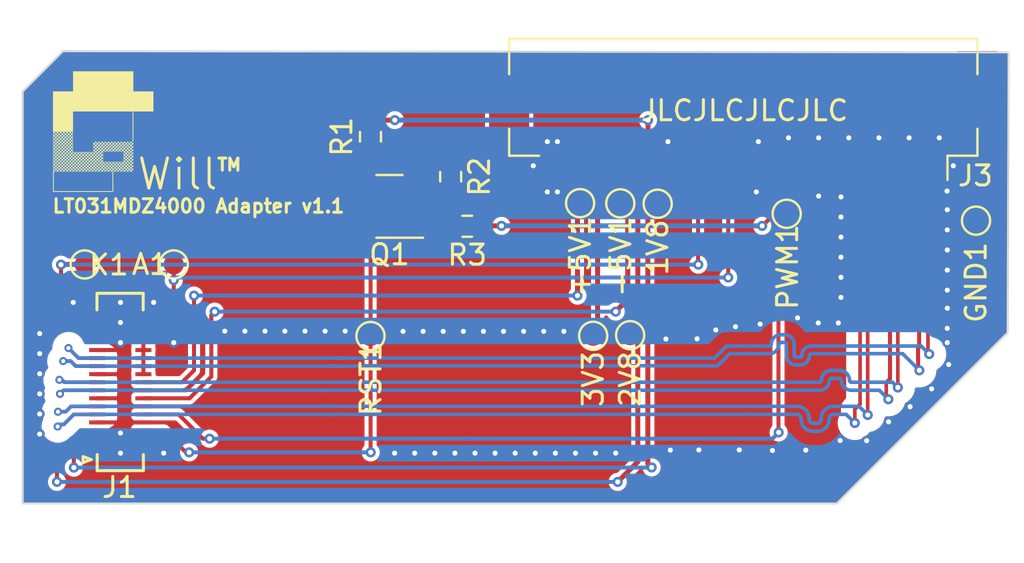
<source format=kicad_pcb>
(kicad_pcb (version 20240108) (generator "pcbnew") (generator_version "8.0")
  (layers (0 "F.Cu" signal) (31 "B.Cu" signal) (34 "B.Paste" user) (35 "F.Paste" user) (36 "B.SilkS" user "B.Silkscreen") (37 "F.SilkS" user "F.Silkscreen") (38 "B.Mask" user) (39 "F.Mask" user) (44 "Edge.Cuts" user))
  (net 0 "")
  (net 1 "GND")
  (net 2 "/D0_P")
  (net 3 "/D0_N")
  (net 4 "/D1_P")
  (net 5 "/D1_N")
  (net 6 "/CLK_P")
  (net 7 "/CLK_N")
  (net 8 "/D2_P")
  (net 9 "/D2_N")
  (net 10 "/D3_P")
  (net 11 "/D3_N")
  (net 12 "/PWM")
  (net 13 "/RESET")
  (net 14 "/LCD_A")
  (net 15 "/LCD_K")
  (net 16 "+1V8")
  (net 17 "+2V8")
  (net 18 "-5V")
  (net 19 "+3.3V")
  (net 20 "+5V")
  (net 21 "Net-(J3-Pin_18)")
  (net 22 "Net-(Q1-B)")
  (footprint "TestPoint:TestPoint_Pad_D1.0mm" (layer "F.Cu") (at 158.51 122.59 90)
    (property "Reference" "PWM1" (at -2.65 0.04 90) (layer "F.SilkS"))
    (property "Value" "TestPoint")
    (pad "1" smd circle (at 0 0 90) (size 1 1) (layers "F.Cu" "F.Mask") (net 12 "/PWM"))
  )
  (footprint "Resistor_SMD:R_0603_1608Metric" (layer "F.Cu") (at 142.615 123.21 180)
    (property "Reference" "R3" (at 0 -1.43 0) (layer "F.SilkS"))
    (property "Value" "1k")
    (pad "1" smd roundrect (at -0.825 0 180) (size 0.8 0.95) (layers "F.Cu" "F.Paste" "F.Mask") (net 21 "Net-(J3-Pin_18)"))
    (pad "2" smd roundrect (at 0.825 0 180) (size 0.8 0.95) (layers "F.Cu" "F.Paste" "F.Mask") (net 22 "Net-(Q1-B)"))
  )
  (footprint "TestPoint:TestPoint_Pad_D1.0mm" (layer "F.Cu") (at 128.01 125.11)
    (property "Reference" "A1" (at -1.17 0 0) (layer "F.SilkS"))
    (property "Value" "TestPoint")
    (pad "1" smd circle (at 0 0) (size 1 1) (layers "F.Cu" "F.Mask") (net 14 "/LCD_A"))
  )
  (footprint "TestPoint:TestPoint_Pad_D1.0mm" (layer "F.Cu") (at 123.58 125.11)
    (property "Reference" "K1" (at 1.2 0.02 0) (layer "F.SilkS"))
    (property "Value" "TestPoint")
    (pad "1" smd circle (at 0 0) (size 1 1) (layers "F.Cu" "F.Mask") (net 15 "/LCD_K"))
  )
  (footprint "LOGO" (layer "F.Cu") (at 123.5 119.5)
    (property "Reference" "" (at 0 0 0) (layer "F.SilkS") (effects (font (size 1.5 1.5) (thickness 0.3))))
    (property "Value" "" (hide yes))
  )
  (footprint "TestPoint:TestPoint_Pad_D1.0mm" (layer "F.Cu") (at 150.72 128.63 90)
    (property "Reference" "2V8" (at -2.18 0 90) (layer "F.SilkS"))
    (property "Value" "TestPoint")
    (pad "1" smd circle (at 0 0 90) (size 1 1) (layers "F.Cu" "F.Mask") (net 17 "+2V8"))
  )
  (footprint "Resistor_SMD:R_0603_1608Metric" (layer "F.Cu") (at 141.79 120.745 -90)
    (property "Reference" "R2" (at 0 -1.43 90) (layer "F.SilkS"))
    (property "Value" "10k")
    (pad "1" smd roundrect (at -0.825 0 270) (size 0.8 0.95) (layers "F.Cu" "F.Paste" "F.Mask") (net 1 "GND") (thermal_gap 0.2))
    (pad "2" smd roundrect (at 0.825 0 270) (size 0.8 0.95) (layers "F.Cu" "F.Paste" "F.Mask") (net 22 "Net-(Q1-B)"))
  )
  (footprint "TestPoint:TestPoint_Pad_D1.0mm" (layer "F.Cu") (at 152.09 122.09 90)
    (property "Reference" "1V8" (at -2.17 0 90) (layer "F.SilkS"))
    (property "Value" "TestPoint")
    (pad "1" smd circle (at 0 0 90) (size 1 1) (layers "F.Cu" "F.Mask") (net 16 "+1V8"))
  )
  (footprint "Connector_Hirose:BM14B(0.8)-30DS-0.4V(52)" (layer "F.Cu") (at 119.615 131.42 90)
    (property "Reference" "J1" (at -4.78 5.695 0) (layer "F.SilkS"))
    (property "Value" "Conn_02x15_Odd_Even")
    (pad "1" smd rect (at -2.35 4.585 90) (size 0.2 0.8) (layers "F.Cu" "F.Paste" "F.Mask") (net 16 "+1V8"))
    (pad "2" smd rect (at -2.35 6.885 90) (size 0.2 0.8) (layers "F.Cu" "F.Paste" "F.Mask") (net 1 "GND"))
    (pad "3" smd rect (at -1.95 4.585 90) (size 0.2 0.8) (layers "F.Cu" "F.Paste" "F.Mask") (net 17 "+2V8"))
    (pad "4" smd rect (at -1.95 6.885 90) (size 0.2 0.8) (layers "F.Cu" "F.Paste" "F.Mask") (net 13 "/RESET"))
    (pad "5" smd rect (at -1.55 4.585 90) (size 0.2 0.8) (layers "F.Cu" "F.Paste" "F.Mask") (net 1 "GND"))
    (pad "6" smd rect (at -1.55 6.885 90) (size 0.2 0.8) (layers "F.Cu" "F.Paste" "F.Mask") (net 1 "GND"))
    (pad "7" smd rect (at -1.15 4.585 90) (size 0.2 0.8) (layers "F.Cu" "F.Paste" "F.Mask") (net 7 "/CLK_N"))
    (pad "8" smd rect (at -1.15 6.885 90) (size 0.2 0.8) (layers "F.Cu" "F.Paste" "F.Mask") (net 12 "/PWM"))
    (pad "9" smd rect (at -0.75 4.585 90) (size 0.2 0.8) (layers "F.Cu" "F.Paste" "F.Mask") (net 6 "/CLK_P"))
    (pad "10" smd rect (at -0.75 6.885 90) (size 0.2 0.8) (layers "F.Cu" "F.Paste" "F.Mask") (net 1 "GND"))
    (pad "11" smd rect (at -0.35 4.585 90) (size 0.2 0.8) (layers "F.Cu" "F.Paste" "F.Mask") (net 1 "GND"))
    (pad "12" smd rect (at -0.35 6.885 90) (size 0.2 0.8) (layers "F.Cu" "F.Paste" "F.Mask") (net 18 "-5V"))
    (pad "13" smd rect (at 0.05 4.585 90) (size 0.2 0.8) (layers "F.Cu" "F.Paste" "F.Mask") (net 5 "/D1_N"))
    (pad "14" smd rect (at 0.05 6.885 90) (size 0.2 0.8) (layers "F.Cu" "F.Paste" "F.Mask") (net 1 "GND"))
    (pad "15" smd rect (at 0.45 4.585 90) (size 0.2 0.8) (layers "F.Cu" "F.Paste" "F.Mask") (net 4 "/D1_P"))
    (pad "16" smd rect (at 0.45 6.885 90) (size 0.2 0.8) (layers "F.Cu" "F.Paste" "F.Mask") (net 20 "+5V"))
    (pad "17" smd rect (at 0.85 4.585 90) (size 0.2 0.8) (layers "F.Cu" "F.Paste" "F.Mask") (net 1 "GND"))
    (pad "18" smd rect (at 0.85 6.885 90) (size 0.2 0.8) (layers "F.Cu" "F.Paste" "F.Mask") (net 14 "/LCD_A"))
    (pad "19" smd rect (at 1.25 4.585 90) (size 0.2 0.8) (layers "F.Cu" "F.Paste" "F.Mask") (net 3 "/D0_N"))
    (pad "20" smd rect (at 1.25 6.885 90) (size 0.2 0.8) (layers "F.Cu" "F.Paste" "F.Mask") (net 14 "/LCD_A"))
    (pad "21" smd rect (at 1.65 4.585 90) (size 0.2 0.8) (layers "F.Cu" "F.Paste" "F.Mask") (net 2 "/D0_P"))
    (pad "22" smd rect (at 1.65 6.885 90) (size 0.2 0.8) (layers "F.Cu" "F.Paste" "F.Mask") (net 14 "/LCD_A"))
    (pad "23" smd rect (at 2.05 4.585 90) (size 0.2 0.8) (layers "F.Cu" "F.Paste" "F.Mask") (net 1 "GND"))
    (pad "24" smd rect (at 2.05 6.885 90) (size 0.2 0.8) (layers "F.Cu" "F.Paste" "F.Mask") (net 14 "/LCD_A"))
    (pad "25" smd rect (at 2.45 4.585 90) (size 0.2 0.8) (layers "F.Cu" "F.Paste" "F.Mask") (net 15 "/LCD_K"))
    (pad "26" smd rect (at 2.45 6.885 90) (size 0.2 0.8) (layers "F.Cu" "F.Paste" "F.Mask") (net 14 "/LCD_A"))
    (pad "27" smd rect (at 2.85 4.585 90) (size 0.2 0.8) (layers "F.Cu" "F.Paste" "F.Mask") (net 15 "/LCD_K"))
    (pad "28" smd rect (at 2.85 6.885 90) (size 0.2 0.8) (layers "F.Cu" "F.Paste" "F.Mask") (net 14 "/LCD_A"))
    (pad "29" smd rect (at 3.25 4.585 90) (size 0.2 0.8) (layers "F.Cu" "F.Paste" "F.Mask") (net 1 "GND"))
    (pad "30" smd rect (at 3.25 6.885 90) (size 0.2 0.8) (layers "F.Cu" "F.Paste" "F.Mask") (net 1 "GND"))
    (pad "MP" smd rect (at -2.85 4.585 90) (size 0.4 0.8) (layers "F.Cu" "F.Paste" "F.Mask") (net 1 "GND"))
    (pad "MP" smd rect (at -2.85 6.885 90) (size 0.4 0.8) (layers "F.Cu" "F.Paste" "F.Mask") (net 1 "GND"))
    (pad "MP" smd rect (at 3.75 4.585 90) (size 0.4 0.8) (layers "F.Cu" "F.Paste" "F.Mask") (net 1 "GND"))
    (pad "MP" smd rect (at 3.75 6.885 90) (size 0.4 0.8) (layers "F.Cu" "F.Paste" "F.Mask") (net 1 "GND"))
  )
  (footprint "TestPoint:TestPoint_Pad_D1.0mm" (layer "F.Cu") (at 148.88 128.66 90)
    (property "Reference" "3V3" (at -2.15 0 90) (layer "F.SilkS"))
    (property "Value" "TestPoint")
    (pad "1" smd circle (at 0 0 90) (size 1 1) (layers "F.Cu" "F.Mask") (net 19 "+3.3V"))
  )
  (footprint "Package_TO_SOT_SMD:SOT-23" (layer "F.Cu") (at 138.7425 122.22 180)
    (property "Reference" "Q1" (at 0 -2.4 0) (layer "F.SilkS"))
    (property "Value" "BC847")
    (pad "1" smd roundrect (at -0.9375 -0.95 180) (size 1.475 0.6) (layers "F.Cu" "F.Paste" "F.Mask") (net 22 "Net-(Q1-B)"))
    (pad "2" smd roundrect (at -0.9375 0.95 180) (size 1.475 0.6) (layers "F.Cu" "F.Paste" "F.Mask") (net 1 "GND") (thermal_gap 0.2))
    (pad "3" smd roundrect (at 0.9375 0 180) (size 1.475 0.6) (layers "F.Cu" "F.Paste" "F.Mask") (net 13 "/RESET"))
  )
  (footprint "TestPoint:TestPoint_Pad_D1.0mm" (layer "F.Cu") (at 148.23 122.06 90)
    (property "Reference" "+5V1" (at -2.654 0.01 90) (layer "F.SilkS"))
    (property "Value" "TestPoint")
    (pad "1" smd circle (at 0 0 90) (size 1 1) (layers "F.Cu" "F.Mask") (net 20 "+5V"))
  )
  (footprint "Resistor_SMD:R_0603_1608Metric" (layer "F.Cu") (at 137.8 118.755 90)
    (property "Reference" "R1" (at 0 -1.43 90) (layer "F.SilkS"))
    (property "Value" "10k")
    (pad "1" smd roundrect (at -0.825 0 90) (size 0.8 0.95) (layers "F.Cu" "F.Paste" "F.Mask") (net 13 "/RESET"))
    (pad "2" smd roundrect (at 0.825 0 90) (size 0.8 0.95) (layers "F.Cu" "F.Paste" "F.Mask") (net 16 "+1V8"))
  )
  (footprint "Connector_FFC-FPC:Hirose_FH12-40S-0.5SH_1x40-1MP_P0.50mm_Horizontal" (layer "F.Cu") (at 156.35 118.4 180)
    (property "Reference" "J3" (at -11.55 -2.3 0) (layer "F.SilkS"))
    (property "Value" "Conn_01x40")
    (pad "1" smd rect (at -9.75 -1.85 180) (size 0.3 1.3) (layers "F.Cu" "F.Paste" "F.Mask") (net 1 "GND") (thermal_gap 0.2))
    (pad "2" smd rect (at -9.25 -1.85 180) (size 0.3 1.3) (layers "F.Cu" "F.Paste" "F.Mask") (net 2 "/D0_P"))
    (pad "3" smd rect (at -8.75 -1.85 180) (size 0.3 1.3) (layers "F.Cu" "F.Paste" "F.Mask") (net 3 "/D0_N"))
    (pad "5" smd rect (at -7.75 -1.85 180) (size 0.3 1.3) (layers "F.Cu" "F.Paste" "F.Mask") (net 4 "/D1_P"))
    (pad "6" smd rect (at -7.25 -1.85 180) (size 0.3 1.3) (layers "F.Cu" "F.Paste" "F.Mask") (net 5 "/D1_N"))
    (pad "7" smd rect (at -6.75 -1.85 180) (size 0.3 1.3) (layers "F.Cu" "F.Paste" "F.Mask") (net 1 "GND"))
    (pad "8" smd rect (at -6.25 -1.85 180) (size 0.3 1.3) (layers "F.Cu" "F.Paste" "F.Mask") (net 6 "/CLK_P"))
    (pad "9" smd rect (at -5.75 -1.85 180) (size 0.3 1.3) (layers "F.Cu" "F.Paste" "F.Mask") (net 7 "/CLK_N"))
    (pad "10" smd rect (at -5.25 -1.85 180) (size 0.3 1.3) (layers "F.Cu" "F.Paste" "F.Mask") (net 1 "GND"))
    (pad "11" smd rect (at -4.75 -1.85 180) (size 0.3 1.3) (layers "F.Cu" "F.Paste" "F.Mask") (net 8 "/D2_P"))
    (pad "12" smd rect (at -4.25 -1.85 180) (size 0.3 1.3) (layers "F.Cu" "F.Paste" "F.Mask") (net 9 "/D2_N"))
    (pad "13" smd rect (at -3.75 -1.85 180) (size 0.3 1.3) (layers "F.Cu" "F.Paste" "F.Mask") (net 1 "GND"))
    (pad "14" smd rect (at -3.25 -1.85 180) (size 0.3 1.3) (layers "F.Cu" "F.Paste" "F.Mask") (net 10 "/D3_P"))
    (pad "15" smd rect (at -2.75 -1.85 180) (size 0.3 1.3) (layers "F.Cu" "F.Paste" "F.Mask") (net 11 "/D3_N"))
    (pad "16" smd rect (at -2.25 -1.85 180) (size 0.3 1.3) (layers "F.Cu" "F.Paste" "F.Mask") (net 1 "GND"))
    (pad "17" smd rect (at -1.75 -1.85 180) (size 0.3 1.3) (layers "F.Cu" "F.Paste" "F.Mask") (net 12 "/PWM"))
    (pad "18" smd rect (at -1.25 -1.85 180) (size 0.3 1.3) (layers "F.Cu" "F.Paste" "F.Mask") (net 21 "Net-(J3-Pin_18)"))
    (pad "19" smd rect (at -0.75 -1.85 180) (size 0.3 1.3) (layers "F.Cu" "F.Paste" "F.Mask") (net 1 "GND"))
    (pad "20" smd rect (at -0.25 -1.85 180) (size 0.3 1.3) (layers "F.Cu" "F.Paste" "F.Mask") (net 14 "/LCD_A"))
    (pad "21" smd rect (at 0.25 -1.85 180) (size 0.3 1.3) (layers "F.Cu" "F.Paste" "F.Mask") (net 14 "/LCD_A"))
    (pad "22" smd rect (at 0.75 -1.85 180) (size 0.3 1.3) (layers "F.Cu" "F.Paste" "F.Mask") (net 14 "/LCD_A"))
    (pad "23" smd rect (at 1.25 -1.85 180) (size 0.3 1.3) (layers "F.Cu" "F.Paste" "F.Mask") (net 14 "/LCD_A"))
    (pad "24" smd rect (at 1.75 -1.85 180) (size 0.3 1.3) (layers "F.Cu" "F.Paste" "F.Mask") (net 15 "/LCD_K"))
    (pad "25" smd rect (at 2.25 -1.85 180) (size 0.3 1.3) (layers "F.Cu" "F.Paste" "F.Mask") (net 15 "/LCD_K"))
    (pad "26" smd rect (at 2.75 -1.85 180) (size 0.3 1.3) (layers "F.Cu" "F.Paste" "F.Mask") (net 15 "/LCD_K"))
    (pad "27" smd rect (at 3.25 -1.85 180) (size 0.3 1.3) (layers "F.Cu" "F.Paste" "F.Mask") (net 15 "/LCD_K"))
    (pad "28" smd rect (at 3.75 -1.85 180) (size 0.3 1.3) (layers "F.Cu" "F.Paste" "F.Mask") (net 1 "GND"))
    (pad "29" smd rect (at 4.25 -1.85 180) (size 0.3 1.3) (layers "F.Cu" "F.Paste" "F.Mask") (net 16 "+1V8"))
    (pad "30" smd rect (at 4.75 -1.85 180) (size 0.3 1.3) (layers "F.Cu" "F.Paste" "F.Mask") (net 16 "+1V8"))
    (pad "31" smd rect (at 5.25 -1.85 180) (size 0.3 1.3) (layers "F.Cu" "F.Paste" "F.Mask") (net 17 "+2V8"))
    (pad "32" smd rect (at 5.75 -1.85 180) (size 0.3 1.3) (layers "F.Cu" "F.Paste" "F.Mask") (net 18 "-5V"))
    (pad "33" smd rect (at 6.25 -1.85 180) (size 0.3 1.3) (layers "F.Cu" "F.Paste" "F.Mask") (net 19 "+3.3V"))
    (pad "34" smd rect (at 6.75 -1.85 180) (size 0.3 1.3) (layers "F.Cu" "F.Paste" "F.Mask") (net 19 "+3.3V"))
    (pad "35" smd rect (at 7.25 -1.85 180) (size 0.3 1.3) (layers "F.Cu" "F.Paste" "F.Mask") (net 19 "+3.3V"))
    (pad "36" smd rect (at 7.75 -1.85 180) (size 0.3 1.3) (layers "F.Cu" "F.Paste" "F.Mask") (net 20 "+5V"))
    (pad "37" smd rect (at 8.25 -1.85 180) (size 0.3 1.3) (layers "F.Cu" "F.Paste" "F.Mask") (net 20 "+5V"))
    (pad "38" smd rect (at 8.75 -1.85 180) (size 0.3 1.3) (layers "F.Cu" "F.Paste" "F.Mask") (net 20 "+5V"))
    (pad "39" smd rect (at 9.25 -1.85 180) (size 0.3 1.3) (layers "F.Cu" "F.Paste" "F.Mask") (net 1 "GND") (thermal_gap 0.2))
    (pad "40" smd rect (at 9.75 -1.85 180) (size 0.3 1.3) (layers "F.Cu" "F.Paste" "F.Mask") (net 1 "GND") (thermal_gap 0.2))
    (pad "MP" smd rect (at -11.65 1.905 180) (size 2 4) (layers "F.Cu" "F.Paste" "F.Mask"))
    (pad "MP" smd rect (at 11.65 1.905 180) (size 2 4) (layers "F.Cu" "F.Paste" "F.Mask"))
    (pad "b" smd rect (at -8.25 -1.85 180) (size 0.3 1.3) (layers "F.Cu" "F.Paste" "F.Mask"))
  )
  (footprint "TestPoint:TestPoint_Pad_D1.0mm" (layer "F.Cu") (at 167.93 122.93 90)
    (property "Reference" "GND1" (at -3.08 0 90) (layer "F.SilkS"))
    (property "Value" "TestPoint")
    (pad "1" smd circle (at 0 0 90) (size 1 1) (layers "F.Cu" "F.Mask") (net 1 "GND"))
  )
  (footprint "TestPoint:TestPoint_Pad_D1.0mm" (layer "F.Cu") (at 137.8 128.67 90)
    (property "Reference" "RST1" (at -2.14 0.02 90) (layer "F.SilkS"))
    (property "Value" "TestPoint")
    (pad "1" smd circle (at 0 0 90) (size 1 1) (layers "F.Cu" "F.Mask") (net 13 "/RESET"))
  )
  (footprint "TestPoint:TestPoint_Pad_D1.0mm" (layer "F.Cu") (at 150.23 122.07 90)
    (property "Reference" "-5V1" (at -2.644 0.02 90) (layer "F.SilkS"))
    (property "Value" "TestPoint")
    (pad "1" smd circle (at 0 0 90) (size 1 1) (layers "F.Cu" "F.Mask") (net 18 "-5V"))
  )
  (gr_poly (pts (xy 120.5 116.5) (xy 122.5 114.5) (xy 169.55 114.56) (xy 169.5 128.5) (xy 161 137) (xy 120.5 137)) (stroke (width 0.1)) (fill none) (layer "Edge.Cuts"))
  (gr_text "TM" (at 130.1 120.5 0) (layer "F.SilkS") (effects (font (size 0.6 0.6)) (justify left bottom)))
  (gr_text "LT031MDZ4000 Adapter v1.1" (at 121.9 122.6 0) (layer "F.SilkS") (effects (font (size 0.67 0.67)) (justify left bottom)))
  (gr_text "Will" (at 126.1 121.5 0) (layer "F.SilkS") (effects (font (size 1.5 1.5)) (justify left bottom)))
  (gr_text "JLCJLCJLCJLC" (at 151.17 118.04 0) (layer "F.SilkS") (effects (font (size 1 1)) (justify left bottom)))
  (segment (start 125.48 129.37) (end 125.48 129.12) (width 0.2) (layer "F.Cu") (net 1))
  (segment (start 166.1 120.25) (end 166.1 118.81) (width 0.25) (layer "F.Cu") (net 1))
  (segment (start 125.48 129.12) (end 125.36 129) (width 0.2) (layer "F.Cu") (net 1))
  (segment (start 124.2 130.57) (end 125.53 130.57) (width 0.2) (layer "F.Cu") (net 1))
  (segment (start 161.6 120.25) (end 161.6 118.81) (width 0.25) (layer "F.Cu") (net 1))
  (segment (start 163.1 120.25) (end 163.1 118.81) (width 0.25) (layer "F.Cu") (net 1))
  (segment (start 158.6 120.25) (end 158.6 118.81) (width 0.25) (layer "F.Cu") (net 1))
  (segment (start 124.2 132.97) (end 125.49 132.97) (width 0.2) (layer "F.Cu") (net 1))
  (segment (start 124.2 131.77) (end 125.5 131.77) (width 0.2) (layer "F.Cu") (net 1))
  (segment (start 164.6 120.25) (end 164.6 118.81) (width 0.25) (layer "F.Cu") (net 1))
  (segment (start 160.1 120.25) (end 160.1 118.81) (width 0.25) (layer "F.Cu") (net 1))
  (segment (start 124.2 129.37) (end 125.48 129.37) (width 0.2) (layer "F.Cu") (net 1))
  (via (at 166.57 130.09) (size 0.5) (drill 0.25) (layers "F.Cu" "B.Cu") (net 1))
  (via (at 161.21 126.75) (size 0.5) (drill 0.25) (layers "F.Cu" "B.Cu") (net 1))
  (via (at 147 134.5) (size 0.5) (drill 0.25) (layers "F.Cu" "B.Cu") (net 1))
  (via (at 134.54 128.43) (size 0.5) (drill 0.25) (layers "F.Cu" "B.Cu") (net 1))
  (via (at 166.1 118.81) (size 0.5) (drill 0.25) (layers "F.Cu" "B.Cu") (net 1))
  (via (at 146.6 121.5) (size 0.5) (drill 0.25) (layers "F.Cu" "B.Cu") (net 1))
  (via (at 125.36 128) (size 0.5) (drill 0.25) (layers "F.Cu" "B.Cu") (net 1))
  (via (at 145.9 120.2) (size 0.5) (drill 0.25) (layers "F.Cu" "B.Cu") (net 1))
  (via (at 140.42 128.44) (size 0.5) (drill 0.25) (layers "F.Cu" "B.Cu") (net 1))
  (via (at 150 134.5) (size 0.5) (drill 0.25) (layers "F.Cu" "B.Cu") (net 1))
  (via (at 131.55 128.43) (size 0.5) (drill 0.25) (layers "F.Cu" "B.Cu") (net 1))
  (via (at 132.55 128.43) (size 0.5) (drill 0.25) (layers "F.Cu" "B.Cu") (net 1))
  (via (at 160.08 128.02) (size 0.5) (drill 0.25) (layers "F.Cu" "B.Cu") (net 1))
  (via (at 161.6 118.81) (size 0.5) (drill 0.25) (layers "F.Cu" "B.Cu") (net 1))
  (via (at 158.6 118.81) (size 0.5) (drill 0.25) (layers "F.Cu" "B.Cu") (net 1))
  (via (at 147.42 128.44) (size 0.5) (drill 0.25) (layers "F.Cu" "B.Cu") (net 1))
  (via (at 143 134.5) (size 0.5) (drill 0.25) (layers "F.Cu" "B.Cu") (net 1))
  (via (at 146 134.5) (size 0.5) (drill 0.25) (layers "F.Cu" "B.Cu") (net 1))
  (via (at 166.5 128.29) (size 0.5) (drill 0.25) (layers "F.Cu" "B.Cu") (net 1))
  (via (at 140 134.5) (size 0.5) (drill 0.25) (layers "F.Cu" "B.Cu") (net 1))
  (via (at 161.08 128.02) (size 0.5) (drill 0.25) (layers "F.Cu" "B.Cu") (net 1))
  (via (at 163.1 118.81) (size 0.5) (drill 0.25) (layers "F.Cu" "B.Cu") (net 1))
  (via (at 165.72 131.3) (size 0.5) (drill 0.25) (layers "F.Cu" "B.Cu") (net 1))
  (via (at 142 134.5) (size 0.5) (drill 0.25) (layers "F.Cu" "B.Cu") (net 1))
  (via (at 152.72 134.35) (size 0.5) (drill 0.25) (layers "F.Cu" "B.Cu") (net 1))
  (via (at 157.19 128.08) (size 0.5) (drill 0.25) (layers "F.Cu" "B.Cu") (net 1))
  (via (at 146.6 119) (size 0.5) (drill 0.25) (layers "F.Cu" "B.Cu") (net 1))
  (via (at 161.21 124.75) (size 0.5) (drill 0.25) (layers "F.Cu" "B.Cu") (net 1))
  (via (at 166.5 124.39) (size 0.5) (drill 0.25) (layers "F.Cu" "B.Cu") (net 1))
  (via (at 127.51 134.5) (size 0.5) (drill 0.25) (layers "F.Cu" "B.Cu") (net 1))
  (via (at 147.1 121.5) (size 0.5) (drill 0.25) (layers "F.Cu" "B.Cu") (net 1))
  (via (at 121.34 133.55) (size 0.5) (drill 0.25) (layers "F.Cu" "B.Cu") (net 1))
  (via (at 148 134.5) (size 0.5) (drill 0.25) (layers "F.Cu" "B.Cu") (net 1))
  (via (at 154.14 134.34) (size 0.5) (drill 0.25) (layers "F.Cu" "B.Cu") (net 1))
  (via (at 141 134.5) (size 0.5) (drill 0.25) (layers "F.Cu" "B.Cu") (net 1))
  (via (at 121.34 128.55) (size 0.5) (drill 0.25) (layers "F.Cu" "B.Cu") (net 1))
  (via (at 145.42 128.44) (size 0.5) (drill 0.25) (layers "F.Cu" "B.Cu") (net 1))
  (via (at 164.65 132.19) (size 0.5) (drill 0.25) (layers "F.Cu" "B.Cu") (net 1))
  (via (at 139 134.5) (size 0.5) (drill 0.25) (layers "F.Cu" "B.Cu") (net 1))
  (via (at 121.34 129.55) (size 0.5) (drill 0.25) (layers "F.Cu" "B.Cu") (net 1))
  (via (at 157 121.5) (size 0.5) (drill 0.25) (layers "F.Cu" "B.Cu") (net 1))
  (via (at 141.42 128.44) (size 0.5) (drill 0.25) (layers "F.Cu" "B.Cu") (net 1))
  (via (at 161.21 121.75) (size 0.5) (drill 0.25) (layers "F.Cu" "B.Cu") (net 1))
  (via (at 159.05 127.77) (size 0.5) (drill 0.25) (layers "F.Cu" "B.Cu") (net 1))
  (via (at 130.55 128.43) (size 0.5) (drill 0.25) (layers "F.Cu" "B.Cu") (net 1))
  (via (at 125.36 133.5) (size 0.5) (drill 0.25) (layers "F.Cu" "B.Cu") (net 1))
  (via (at 145 134.5) (size 0.5) (drill 0.25) (layers "F.Cu" "B.Cu") (net 1))
  (via (at 144 134.5) (size 0.5) (drill 0.25) (layers "F.Cu" "B.Cu") (net 1))
  (via (at 128.01 129) (size 0.5) (drill 0.25) (layers "F.Cu" "B.Cu") (net 1))
  (via (at 154.98 128.37) (size 0.5) (drill 0.25) (layers "F.Cu" "B.Cu") (net 1))
  (via (at 163.58 132.94) (size 0.5) (drill 0.25) (layers "F.Cu" "B.Cu") (net 1))
  (via (at 142.42 128.44) (size 0.5) (drill 0.25) (layers "F.Cu" "B.Cu") (net 1))
  (via (at 152.5 128.82) (size 0.5) (drill 0.25) (layers "F.Cu" "B.Cu") (net 1))
  (via (at 135.54 128.43) (size 0.5) (drill 0.25) (layers "F.Cu" "B.Cu") (net 1))
  (via (at 152.6 119) (size 0.5) (drill 0.25) (layers "F.Cu" "B.Cu") (net 1))
  (via (at 161.21 123.75) (size 0.5) (drill 0.25) (layers "F.Cu" "B.Cu") (net 1))
  (via (at 121.34 132.55) (size 0.5) (drill 0.25) (layers "F.Cu" "B.Cu") (net 1))
  (via (at 136.54 128.43) (size 0.5) (drill 0.25) (layers "F.Cu" "B.Cu") (net 1))
  (via (at 156.15 134.34) (size 0.5) (drill 0.25) (layers "F.Cu" "B.Cu") (net 1))
  (via (at 121.34 130.55) (size 0.5) (drill 0.25) (layers "F.Cu" "B.Cu") (net 1))
  (via (at 125.36 127) (size 0.5) (drill 0.25) (layers "F.Cu" "B.Cu") (net 1))
  (via (at 161.21 122.75) (size 0.5) (drill 0.25) (layers "F.Cu" "B.Cu") (net 1))
  (via (at 139.42 128.44) (size 0.5) (drill 0.25) (layers "F.Cu" "B.Cu") (net 1))
  (via (at 166.5 126.39) (size 0.5) (drill 0.25) (layers "F.Cu" "B.Cu") (net 1))
  (via (at 166.8 120.2) (size 0.5) (drill 0.25) (layers "F.Cu" "B.Cu") (net 1))
  (via (at 147.1 119) (size 0.5) (drill 0.25) (layers "F.Cu" "B.Cu") (net 1))
  (via (at 166.49 121.46) (size 0.5) (drill 0.25) (layers "F.Cu" "B.Cu") (net 1))
  (via (at 157.1 119) (size 0.5) (drill 0.25) (layers "F.Cu" "B.Cu") (net 1))
  (via (at 164.6 118.81) (size 0.5) (drill 0.25) (layers "F.Cu" "B.Cu") (net 1))
  (via (at 166.5 129) (size 0.5) (drill 0.25) (layers "F.Cu" "B.Cu") (net 1))
  (via (at 123.01 127) (size 0.5) (drill 0.25) (layers "F.Cu" "B.Cu") (net 1))
  (via (at 144.42 128.44) (size 0.5) (drill 0.25) (layers "F.Cu" "B.Cu") (net 1))
  (via (at 143.42 128.44) (size 0.5) (drill 0.25) (layers "F.Cu" "B.Cu") (net 1))
  (via (at 160.1 121.71) (size 0.5) (drill 0.25) (layers "F.Cu" "B.Cu") (net 1))
  (via (at 155.96 128.21) (size 0.5) (drill 0.25) (layers "F.Cu" "B.Cu") (net 1))
  (via (at 166.5 122.39) (size 0.5) (drill 0.25) (layers "F.Cu" "B.Cu") (net 1))
  (via (at 161.17 133.87) (size 0.5) (drill 0.25) (layers "F.Cu" "B.Cu") (net 1))
  (via (at 121.34 131.55) (size 0.5) (drill 0.25) (layers "F.Cu" "B.Cu") (net 1))
  (via (at 162.49 133.88) (size 0.5) (drill 0.25) (layers "F.Cu" "B.Cu") (net 1))
  (via (at 154.05 128.81) (size 0.5) (drill 0.25) (layers "F.Cu" "B.Cu") (net 1))
  (via (at 127.01 127) (size 0.5) (drill 0.25) (layers "F.Cu" "B.Cu") (net 1))
  (via (at 125.36 134.5) (size 0.5) (drill 0.25) (layers "F.Cu" "B.Cu") (net 1))
  (via (at 160.1 118.81) (size 0.5) (drill 0.25) (layers "F.Cu" "B.Cu") (net 1))
  (via (at 166.5 123.39) (size 0.5) (drill 0.25) (layers "F.Cu" "B.Cu") (net 1))
  (via (at 161.21 125.75) (size 0.5) (drill 0.25) (layers "F.Cu" "B.Cu") (net 1))
  (via (at 166.5 125.39) (size 0.5) (drill 0.25) (layers "F.Cu" "B.Cu") (net 1))
  (via (at 149 134.5) (size 0.5) (drill 0.25) (layers "F.Cu" "B.Cu") (net 1))
  (via (at 125.36 129) (size 0.5) (drill 0.25) (layers "F.Cu" "B.Cu") (net 1))
  (via (at 157.8 134.37) (size 0.5) (drill 0.25) (layers "F.Cu" "B.Cu") (net 1))
  (via (at 146.42 128.44) (size 0.5) (drill 0.25) (layers "F.Cu" "B.Cu") (net 1))
  (via (at 159.46 134.35) (size 0.5) (drill 0.25) (layers "F.Cu" "B.Cu") (net 1))
  (via (at 133.54 128.43) (size 0.5) (drill 0.25) (layers "F.Cu" "B.Cu") (net 1))
  (via (at 166.5 127.29) (size 0.5) (drill 0.25) (layers "F.Cu" "B.Cu") (net 1))
  (segment (start 165.54 120.31) (end 165.6 120.25) (width 0.18) (layer "F.Cu") (net 2))
  (segment (start 122.77 129.27) (end 123.27 129.77) (width 0.18) (layer "F.Cu") (net 2))
  (segment (start 165.54 129.51) (end 165.54 120.31) (width 0.18) (layer "F.Cu") (net 2))
  (segment (start 165.6 129.57) (end 165.54 129.51) (width 0.18) (layer "F.Cu") (net 2))
  (segment (start 123.27 129.77) (end 124.2 129.77) (width 0.18) (layer "F.Cu") (net 2))
  (via (at 165.6 129.57) (size 0.5) (drill 0.25) (layers "F.Cu" "B.Cu") (net 2))
  (via (at 122.77 129.27) (size 0.4) (drill 0.2) (layers "F.Cu" "B.Cu") (net 2))
  (segment (start 123.27 129.77) (end 136.54 129.77) (width 0.18) (layer "B.Cu") (net 2))
  (segment (start 155.522598 129.17) (end 154.922598 129.77) (width 0.18) (layer "B.Cu") (net 2))
  (segment (start 156.57 129.17) (end 155.522598 129.17) (width 0.18) (layer "B.Cu") (net 2))
  (segment (start 157.65 129.17) (end 157.45 129.17) (width 0.18) (layer "B.Cu") (net 2))
  (segment (start 165.2 129.17) (end 159.73 129.17) (width 0.18) (layer "B.Cu") (net 2))
  (segment (start 159.17 129.73) (end 158.97 129.73) (width 0.18) (layer "B.Cu") (net 2))
  (segment (start 165.6 129.57) (end 165.2 129.17) (width 0.18) (layer "B.Cu") (net 2))
  (segment (start 158.41 128.61) (end 158.21 128.61) (width 0.18) (layer "B.Cu") (net 2))
  (segment (start 122.77 129.27) (end 123.27 129.77) (width 0.18) (layer "B.Cu") (net 2))
  (segment (start 158.88 129.55) (end 158.88 129.08) (width 0.18) (layer "B.Cu") (net 2))
  (segment (start 158.88 129.64) (end 158.88 129.55) (width 0.18) (layer "B.Cu") (net 2))
  (segment (start 136.12 129.77) (end 136.54 129.77) (width 0.18) (layer "B.Cu") (net 2))
  (segment (start 154.922598 129.77) (end 136.54 129.77) (width 0.18) (layer "B.Cu") (net 2))
  (segment (start 157.45 129.17) (end 156.57 129.17) (width 0.18) (layer "B.Cu") (net 2))
  (arc (start 159.73 129.17) (mid 159.39766 129.30766) (end 159.26 129.64) (width 0.18) (layer "B.Cu") (net 2))
  (arc (start 158.88 129.08) (mid 158.74234 128.74766) (end 158.41 128.61) (width 0.18) (layer "B.Cu") (net 2))
  (arc (start 157.74 129.08) (mid 157.71364 129.14364) (end 157.65 129.17) (width 0.18) (layer "B.Cu") (net 2))
  (arc (start 158.97 129.73) (mid 158.90636 129.70364) (end 158.88 129.64) (width 0.18) (layer "B.Cu") (net 2))
  (arc (start 158.21 128.61) (mid 157.87766 128.74766) (end 157.74 129.08) (width 0.18) (layer "B.Cu") (net 2))
  (arc (start 159.26 129.64) (mid 159.23364 129.70364) (end 159.17 129.73) (width 0.18) (layer "B.Cu") (net 2))
  (segment (start 165.11 130.38) (end 165.05 130.32) (width 0.2) (layer "F.Cu") (net 3))
  (segment (start 165.045 129.799889) (end 165.045 129.285) (width 0.2) (layer "F.Cu") (net 3))
  (segment (start 123.132598 130.17) (end 124.2 130.17) (width 0.18) (layer "F.Cu") (net 3))
  (segment (start 165.05 129.804889) (end 165.045 129.799889) (width 0.2) (layer "F.Cu") (net 3))
  (segment (start 122.882598 129.92) (end 123.132598 130.17) (width 0.18) (layer "F.Cu") (net 3))
  (segment (start 122.51 129.92) (end 122.882598 129.92) (width 0.18) (layer "F.Cu") (net 3))
  (segment (start 165.1 129.23) (end 165.1 120.25) (width 0.2) (layer "F.Cu") (net 3))
  (segment (start 165.045 129.285) (end 165.1 129.23) (width 0.2) (layer "F.Cu") (net 3))
  (segment (start 165.05 130.32) (end 165.05 129.804889) (width 0.2) (layer "F.Cu") (net 3))
  (via (at 165.11 130.38) (size 0.5) (drill 0.25) (layers "F.Cu" "B.Cu") (net 3))
  (via (at 122.51 129.92) (size 0.4) (drill 0.2) (layers "F.Cu" "B.Cu") (net 3))
  (segment (start 158.5 129.64) (end 158.5 129.55) (width 0.18) (layer "B.Cu") (net 3))
  (segment (start 164.28 129.55) (end 159.73 129.55) (width 0.18) (layer "B.Cu") (net 3))
  (segment (start 137.47 130.15) (end 137.45 130.17) (width 0.18) (layer "B.Cu") (net 3))
  (segment (start 122.882598 129.92) (end 123.132598 130.17) (width 0.18) (layer "B.Cu") (net 3))
  (segment (start 165.11 130.38) (end 164.28 129.55) (width 0.18) (layer "B.Cu") (net 3))
  (segment (start 157.65 129.55) (end 157.45 129.55) (width 0.18) (layer "B.Cu") (net 3))
  (segment (start 155.68 129.55) (end 155.08 130.15) (width 0.18) (layer "B.Cu") (net 3))
  (segment (start 159.17 130.11) (end 158.97 130.11) (width 0.18) (layer "B.Cu") (net 3))
  (segment (start 135.67 130.17) (end 136.61 130.17) (width 0.18) (layer "B.Cu") (net 3))
  (segment (start 158.41 128.99) (end 158.21 128.99) (width 0.18) (layer "B.Cu") (net 3))
  (segment (start 137.45 130.17) (end 136.61 130.17) (width 0.18) (layer "B.Cu") (net 3))
  (segment (start 156.57 129.55) (end 155.68 129.55) (width 0.18) (layer "B.Cu") (net 3))
  (segment (start 157.45 129.55) (end 156.57 129.55) (width 0.18) (layer "B.Cu") (net 3))
  (segment (start 155.08 130.15) (end 137.47 130.15) (width 0.18) (layer "B.Cu") (net 3))
  (segment (start 123.132598 130.17) (end 136.61 130.17) (width 0.18) (layer "B.Cu") (net 3))
  (segment (start 122.51 129.92) (end 122.882598 129.92) (width 0.18) (layer "B.Cu") (net 3))
  (segment (start 158.5 129.55) (end 158.5 129.08) (width 0.18) (layer "B.Cu") (net 3))
  (arc (start 158.5 129.08) (mid 158.47364 129.01636) (end 158.41 128.99) (width 0.18) (layer "B.Cu") (net 3))
  (arc (start 159.73 129.55) (mid 159.66636 129.57636) (end 159.64 129.64) (width 0.18) (layer "B.Cu") (net 3))
  (arc (start 158.21 128.99) (mid 158.14636 129.01636) (end 158.12 129.08) (width 0.18) (layer "B.Cu") (net 3))
  (arc (start 159.64 129.64) (mid 159.50234 129.97234) (end 159.17 130.11) (width 0.18) (layer "B.Cu") (net 3))
  (arc (start 158.12 129.08) (mid 157.98234 129.41234) (end 157.65 129.55) (width 0.18) (layer "B.Cu") (net 3))
  (arc (start 158.97 130.11) (mid 158.63766 129.97234) (end 158.5 129.64) (width 0.18) (layer "B.Cu") (net 3))
  (segment (start 122.32 130.85) (end 122.44 130.85) (width 0.18) (layer "F.Cu") (net 4))
  (segment (start 122.44 130.85) (end 122.56 130.97) (width 0.18) (layer "F.Cu") (net 4))
  (segment (start 164.04 131.232701) (end 164.04 120.31) (width 0.18) (layer "F.Cu") (net 4))
  (segment (start 122.56 130.97) (end 124.2 130.97) (width 0.18) (layer "F.Cu") (net 4))
  (segment (start 164.04 120.31) (end 164.1 120.25) (width 0.18) (layer "F.Cu") (net 4))
  (via (at 164.04 131.232701) (size 0.5) (drill 0.25) (layers "F.Cu" "B.Cu") (net 4))
  (via (at 122.32 130.85) (size 0.4) (drill 0.2) (layers "F.Cu" "B.Cu") (net 4))
  (segment (start 122.44 130.85) (end 122.56 130.97) (width 0.18) (layer "B.Cu") (net 4))
  (segment (start 163.777299 130.97) (end 162.61 130.97) (width 0.18) (layer "B.Cu") (net 4))
  (segment (start 122.56 130.97) (end 136.78 130.97) (width 0.18) (layer "B.Cu") (net 4))
  (segment (start 161.726854 130.97) (end 162.14 130.97) (width 0.18) (layer "B.Cu") (net 4))
  (segment (start 122.32 130.85) (end 122.44 130.85) (width 0.18) (layer "B.Cu") (net 4))
  (segment (start 162.14 130.97) (end 162.61 130.97) (width 0.18) (layer "B.Cu") (net 4))
  (segment (start 135.67 130.97) (end 136.78 130.97) (width 0.18) (layer "B.Cu") (net 4))
  (segment (start 164.04 131.232701) (end 163.777299 130.97) (width 0.18) (layer "B.Cu") (net 4))
  (segment (start 160.726854 130.383146) (end 161.14 130.383146) (width 0.18) (layer "B.Cu") (net 4))
  (segment (start 136.78 130.97) (end 160.14 130.97) (width 0.18) (layer "B.Cu") (net 4))
  (arc (start 161.14 130.383146) (mid 161.488906 130.527667) (end 161.633427 130.876573) (width 0.18) (layer "B.Cu") (net 4))
  (arc (start 161.633427 130.876573) (mid 161.660791 130.942636) (end 161.726854 130.97) (width 0.18) (layer "B.Cu") (net 4))
  (arc (start 160.14 130.97) (mid 160.206063 130.942636) (end 160.233427 130.876573) (width 0.18) (layer "B.Cu") (net 4))
  (arc (start 160.233427 130.876573) (mid 160.377948 130.527667) (end 160.726854 130.383146) (width 0.18) (layer "B.Cu") (net 4))
  (segment (start 163.462154 131.713296) (end 163.462154 130.987846) (width 0.18) (layer "F.Cu") (net 5))
  (segment (start 163.65 120.3) (end 163.6 120.25) (width 0.2) (layer "F.Cu") (net 5))
  (segment (start 163.65 130.8) (end 163.65 120.3) (width 0.2) (layer "F.Cu") (net 5))
  (segment (start 163.55 130.9) (end 163.65 130.8) (width 0.2) (layer "F.Cu") (net 5))
  (segment (start 122.53 131.37) (end 124.2 131.37) (width 0.18) (layer "F.Cu") (net 5))
  (segment (start 122.35 131.55) (end 122.53 131.37) (width 0.18) (layer "F.Cu") (net 5))
  (segment (start 163.567374 131.818516) (end 163.462154 131.713296) (width 0.18) (layer "F.Cu") (net 5))
  (segment (start 163.462154 130.987846) (end 163.55 130.9) (width 0.18) (layer "F.Cu") (net 5))
  (via (at 122.35 131.55) (size 0.4) (drill 0.2) (layers "F.Cu" "B.Cu") (net 5))
  (via (at 163.567374 131.818516) (size 0.5) (drill 0.25) (layers "F.Cu" "B.Cu") (net 5))
  (segment (start 135.3 131.37) (end 135.86 131.37) (width 0.18) (layer "B.Cu") (net 5))
  (segment (start 135.86 131.37) (end 160.14 131.37) (width 0.18) (layer "B.Cu") (net 5))
  (segment (start 161.726854 131.37) (end 162.14 131.37) (width 0.18) (layer "B.Cu") (net 5))
  (segment (start 122.35 131.55) (end 122.53 131.37) (width 0.18) (layer "B.Cu") (net 5))
  (segment (start 162.14 131.37) (end 162.61 131.37) (width 0.18) (layer "B.Cu") (net 5))
  (segment (start 160.726854 130.783146) (end 161.14 130.783146) (width 0.18) (layer "B.Cu") (net 5))
  (segment (start 163.118858 131.37) (end 163.567374 131.818516) (width 0.18) (layer "B.Cu") (net 5))
  (segment (start 122.53 131.37) (end 135.86 131.37) (width 0.18) (layer "B.Cu") (net 5))
  (segment (start 162.61 131.37) (end 163.118858 131.37) (width 0.18) (layer "B.Cu") (net 5))
  (arc (start 160.633427 130.876573) (mid 160.660791 130.81051) (end 160.726854 130.783146) (width 0.18) (layer "B.Cu") (net 5))
  (arc (start 160.14 131.37) (mid 160.488906 131.225479) (end 160.633427 130.876573) (width 0.18) (layer "B.Cu") (net 5))
  (arc (start 161.233427 130.876573) (mid 161.377948 131.225479) (end 161.726854 131.37) (width 0.18) (layer "B.Cu") (net 5))
  (arc (start 161.14 130.783146) (mid 161.206063 130.81051) (end 161.233427 130.876573) (width 0.18) (layer "B.Cu") (net 5))
  (segment (start 122.25 132.44) (end 122.632598 132.44) (width 0.18) (layer "F.Cu") (net 6))
  (segment (start 122.902598 132.17) (end 124.2 132.17) (width 0.18) (layer "F.Cu") (net 6))
  (segment (start 162.54 132.599927) (end 162.54 120.31) (width 0.18) (layer "F.Cu") (net 6))
  (segment (start 122.632598 132.44) (end 122.902598 132.17) (width 0.18) (layer "F.Cu") (net 6))
  (segment (start 162.54 120.31) (end 162.6 120.25) (width 0.18) (layer "F.Cu") (net 6))
  (via (at 162.54 132.599927) (size 0.5) (drill 0.25) (layers "F.Cu" "B.Cu") (net 6))
  (via (at 122.25 132.44) (size 0.4) (drill 0.2) (layers "F.Cu" "B.Cu") (net 6))
  (segment (start 122.25 132.44) (end 122.632598 132.44) (width 0.18) (layer "B.Cu") (net 6))
  (segment (start 160.226725 132.77) (end 160.226725 132.813794) (width 0.18) (layer "B.Cu") (net 6))
  (segment (start 159.626725 132.813794) (end 159.626725 132.77) (width 0.18) (layer "B.Cu") (net 6))
  (segment (start 158.826725 132.17) (end 156.61 132.17) (width 0.18) (layer "B.Cu") (net 6))
  (segment (start 122.632598 132.44) (end 122.902598 132.17) (width 0.18) (layer "B.Cu") (net 6))
  (segment (start 122.902598 132.17) (end 135.85 132.17) (width 0.18) (layer "B.Cu") (net 6))
  (segment (start 159.026725 132.17) (end 158.826725 132.17) (width 0.18) (layer "B.Cu") (net 6))
  (segment (start 156.61 132.17) (end 135.85 132.17) (width 0.18) (layer "B.Cu") (net 6))
  (segment (start 162.110073 132.17) (end 160.826725 132.17) (width 0.18) (layer "B.Cu") (net 6))
  (segment (start 162.54 132.599927) (end 162.110073 132.17) (width 0.18) (layer "B.Cu") (net 6))
  (segment (start 135.32 132.17) (end 135.85 132.17) (width 0.18) (layer "B.Cu") (net 6))
  (segment (start 160.026725 133.013794) (end 159.826725 133.013794) (width 0.18) (layer "B.Cu") (net 6))
  (arc (start 159.626725 132.77) (mid 159.450989 132.345736) (end 159.026725 132.17) (width 0.18) (layer "B.Cu") (net 6))
  (arc (start 159.826725 133.013794) (mid 159.685304 132.955215) (end 159.626725 132.813794) (width 0.18) (layer "B.Cu") (net 6))
  (arc (start 160.826725 132.17) (mid 160.402461 132.345736) (end 160.226725 132.77) (width 0.18) (layer "B.Cu") (net 6))
  (arc (start 160.226725 132.813794) (mid 160.168146 132.955215) (end 160.026725 133.013794) (width 0.18) (layer "B.Cu") (net 6))
  (segment (start 122.541122 133.068878) (end 123.04 132.57) (width 0.18) (layer "F.Cu") (net 7))
  (segment (start 122.233596 133.176754) (end 122.341472 133.068878) (width 0.18) (layer "F.Cu") (net 7))
  (segment (start 122.341472 133.068878) (end 122.541122 133.068878) (width 0.18) (layer "F.Cu") (net 7))
  (segment (start 161.9 132.316324) (end 162.16 132.056324) (width 0.18) (layer "F.Cu") (net 7))
  (segment (start 161.9 133) (end 161.9 132.316324) (width 0.18) (layer "F.Cu") (net 7))
  (segment (start 123.04 132.57) (end 124.2 132.57) (width 0.18) (layer "F.Cu") (net 7))
  (segment (start 162.16 132.056324) (end 162.16 120.31) (width 0.18) (layer "F.Cu") (net 7))
  (segment (start 162.16 120.31) (end 162.1 120.25) (width 0.18) (layer "F.Cu") (net 7))
  (via (at 122.233596 133.176754) (size 0.4) (drill 0.2) (layers "F.Cu" "B.Cu") (net 7))
  (via (at 161.9 133) (size 0.5) (drill 0.25) (layers "F.Cu" "B.Cu") (net 7))
  (segment (start 135.65 132.57) (end 136.11 132.57) (width 0.18) (layer "B.Cu") (net 7))
  (segment (start 161.47 132.57) (end 160.826725 132.57) (width 0.18) (layer "B.Cu") (net 7))
  (segment (start 122.233596 133.176754) (end 122.341472 133.068878) (width 0.18) (layer "B.Cu") (net 7))
  (segment (start 156.61 132.57) (end 136.11 132.57) (width 0.18) (layer "B.Cu") (net 7))
  (segment (start 158.826725 132.57) (end 156.61 132.57) (width 0.18) (layer "B.Cu") (net 7))
  (segment (start 122.541122 133.068878) (end 123.04 132.57) (width 0.18) (layer "B.Cu") (net 7))
  (segment (start 159.026725 132.57) (end 158.826725 132.57) (width 0.18) (layer "B.Cu") (net 7))
  (segment (start 160.626725 132.77) (end 160.626725 132.813794) (width 0.18) (layer "B.Cu") (net 7))
  (segment (start 160.026725 133.413794) (end 159.826725 133.413794) (width 0.18) (layer "B.Cu") (net 7))
  (segment (start 122.341472 133.068878) (end 122.541122 133.068878) (width 0.18) (layer "B.Cu") (net 7))
  (segment (start 159.226725 132.813794) (end 159.226725 132.77) (width 0.18) (layer "B.Cu") (net 7))
  (segment (start 161.9 133) (end 161.47 132.57) (width 0.18) (layer "B.Cu") (net 7))
  (segment (start 123.04 132.57) (end 136.11 132.57) (width 0.18) (layer "B.Cu") (net 7))
  (arc (start 159.826725 133.413794) (mid 159.402461 133.238058) (end 159.226725 132.813794) (width 0.18) (layer "B.Cu") (net 7))
  (arc (start 160.626725 132.813794) (mid 160.450989 133.238058) (end 160.026725 133.413794) (width 0.18) (layer "B.Cu") (net 7))
  (arc (start 159.226725 132.77) (mid 159.168146 132.628579) (end 159.026725 132.57) (width 0.18) (layer "B.Cu") (net 7))
  (arc (start 160.826725 132.57) (mid 160.685304 132.628579) (end 160.626725 132.77) (width 0.18) (layer "B.Cu") (net 7))
  (segment (start 129.462 133.78) (end 128.252 132.57) (width 0.2) (layer "F.Cu") (net 12))
  (segment (start 129.794 133.78) (end 129.462 133.78) (width 0.2) (layer "F.Cu") (net 12))
  (segment (start 128.252 132.57) (end 126.5 132.57) (width 0.2) (layer "F.Cu") (net 12))
  (segment (start 158.11 133.47) (end 158.1 133.46) (width 0.2) (layer "F.Cu") (net 12))
  (segment (start 158.1 133.46) (end 158.1 120.25) (width 0.2) (layer "F.Cu") (net 12))
  (via (at 158.11 133.47) (size 0.5) (drill 0.25) (layers "F.Cu" "B.Cu") (net 12))
  (via (at 129.794 133.78) (size 0.5) (drill 0.25) (layers "F.Cu" "B.Cu") (net 12))
  (segment (start 142.41 133.78) (end 142.82 133.78) (width 0.2) (layer "B.Cu") (net 12))
  (segment (start 142.82 133.78) (end 157.8 133.78) (width 0.2) (layer "B.Cu") (net 12))
  (segment (start 157.8 133.78) (end 158.11 133.47) (width 0.2) (layer "B.Cu") (net 12))
  (segment (start 129.794 133.78) (end 142.82 133.78) (width 0.2) (layer "B.Cu") (net 12))
  (segment (start 128.778 134.46) (end 128.618 134.46) (width 0.2) (layer "F.Cu") (net 13))
  (segment (start 128.618 134.46) (end 127.528 133.37) (width 0.2) (layer "F.Cu") (net 13))
  (segment (start 137.81 134.46) (end 137.805 134.455) (width 0.2) (layer "F.Cu") (net 13))
  (segment (start 137.8 119.58) (end 137.8 122.215) (width 0.25) (layer "F.Cu") (net 13))
  (segment (start 137.8 122.215) (end 137.805 122.22) (width 0.25) (layer "F.Cu") (net 13))
  (segment (start 137.805 134.455) (end 137.805 122.22) (width 0.2) (layer "F.Cu") (net 13))
  (segment (start 127.528 133.37) (end 126.5 133.37) (width 0.2) (layer "F.Cu") (net 13))
  (via (at 137.81 134.46) (size 0.5) (drill 0.25) (layers "F.Cu" "B.Cu") (net 13))
  (via (at 128.778 134.46) (size 0.5) (drill 0.25) (layers "F.Cu" "B.Cu") (net 13))
  (segment (start 128.778 134.46) (end 137.81 134.46) (width 0.2) (layer "B.Cu") (net 13))
  (segment (start 128.01 128) (end 127.44 128.57) (width 0.2) (layer "F.Cu") (net 14))
  (segment (start 155.6 125.76) (end 155.6 120.25) (width 0.2) (layer "F.Cu") (net 14))
  (segment (start 156.6 120.25) (end 155.1 120.25) (width 0.25) (layer "F.Cu") (net 14))
  (segment (start 128.01 125.89) (end 128.01 124.82) (width 0.2) (layer "F.Cu") (net 14))
  (segment (start 126.5 128.57) (end 127.44 128.57) (width 0.2) (layer "F.Cu") (net 14))
  (segment (start 126.5 130.57) (end 126.5 128.57) (width 0.2) (layer "F.Cu") (net 14))
  (segment (start 128.01 125.89) (end 128.01 128) (width 0.2) (layer "F.Cu") (net 14))
  (via (at 155.6 125.76) (size 0.5) (drill 0.25) (layers "F.Cu" "B.Cu") (net 14))
  (via (at 128.01 125.89) (size 0.5) (drill 0.25) (layers "F.Cu" "B.Cu") (net 14))
  (segment (start 141.45 125.76) (end 141.13 125.76) (width 0.2) (layer "B.Cu") (net 14))
  (segment (start 141.45 125.76) (end 128.14 125.76) (width 0.2) (layer "B.Cu") (net 14))
  (segment (start 128.14 125.76) (end 128.01 125.89) (width 0.2) (layer "B.Cu") (net 14))
  (segment (start 155.6 125.76) (end 141.45 125.76) (width 0.2) (layer "B.Cu") (net 14))
  (segment (start 154.1 125.11) (end 154.1 120.25) (width 0.2) (layer "F.Cu") (net 15))
  (segment (start 154.6 120.25) (end 153.1 120.25) (width 0.25) (layer "F.Cu") (net 15))
  (segment (start 124.2 128.57) (end 124.2 128.97) (width 0.2) (layer "F.Cu") (net 15))
  (segment (start 154.11 125.12) (end 154.1 125.11) (width 0.2) (layer "F.Cu") (net 15))
  (segment (start 154.1 125.13) (end 154.11 125.12) (width 0.2) (layer "F.Cu") (net 15))
  (segment (start 123.49 128.57) (end 124.2 128.57) (width 0.2) (layer "F.Cu") (net 15))
  (segment (start 123.58 125.11) (end 122.41 125.11) (width 0.25) (layer "F.Cu") (net 15))
  (segment (start 122.4 127.48) (end 123.49 128.57) (width 0.2) (layer "F.Cu") (net 15))
  (segment (start 122.41 125.11) (end 122.4 125.12) (width 0.25) (layer "F.Cu") (net 15))
  (segment (start 122.4 125.12) (end 122.4 127.48) (width 0.2) (layer "F.Cu") (net 15))
  (via (at 122.4 125.12) (size 0.5) (drill 0.25) (layers "F.Cu" "B.Cu") (net 15))
  (via (at 154.11 125.12) (size 0.5) (drill 0.25) (layers "F.Cu" "B.Cu") (net 15))
  (segment (start 154.11 125.12) (end 122.4 125.12) (width 0.2) (layer "B.Cu") (net 15))
  (segment (start 123.04 134.33) (end 123.04 135.22) (width 0.2) (layer "F.Cu") (net 16))
  (segment (start 124.2 133.77) (end 123.6 133.77) (width 0.2) (layer "F.Cu") (net 16))
  (segment (start 151.6 120.25) (end 152.1 120.25) (width 0.25) (layer "F.Cu") (net 16))
  (segment (start 151.61 120.24) (end 151.6 120.25) (width 0.25) (layer "F.Cu") (net 16))
  (segment (start 137.8 117.93) (end 139.01 117.93) (width 0.25) (layer "F.Cu") (net 16))
  (segment (start 151.61 117.93) (end 151.61 120.24) (width 0.25) (layer "F.Cu") (net 16))
  (segment (start 151.6 135.02) (end 151.79 135.21) (width 0.25) (layer "F.Cu") (net 16))
  (segment (start 123.6 133.77) (end 123.04 134.33) (width 0.2) (layer "F.Cu") (net 16))
  (segment (start 151.6 120.25) (end 151.6 135.02) (width 0.25) (layer "F.Cu") (net 16))
  (via (at 151.79 135.21) (size 0.5) (drill 0.25) (layers "F.Cu" "B.Cu") (net 16))
  (via (at 139.01 117.93) (size 0.5) (drill 0.25) (layers "F.Cu" "B.Cu") (net 16))
  (via (at 123.04 135.22) (size 0.5) (drill 0.25) (layers "F.Cu" "B.Cu") (net 16))
  (via (at 151.61 117.93) (size 0.5) (drill 0.25) (layers "F.Cu" "B.Cu") (net 16))
  (segment (start 151.78 135.22) (end 123.04 135.22) (width 0.2) (layer "B.Cu") (net 16))
  (segment (start 151.79 135.21) (end 151.78 135.22) (width 0.2) (layer "B.Cu") (net 16))
  (segment (start 139.01 117.93) (end 151.61 117.93) (width 0.25) (layer "B.Cu") (net 16))
  (segment (start 151.1 120.25) (end 151.1 134.93) (width 0.25) (layer "F.Cu") (net 17))
  (segment (start 123.434314 133.37) (end 122.2 134.604314) (width 0.2) (layer "F.Cu") (net 17))
  (segment (start 151.1 134.93) (end 150.1 135.93) (width 0.25) (layer "F.Cu") (net 17))
  (segment (start 122.2 134.604314) (end 122.2 135.93) (width 0.2) (layer "F.Cu") (net 17))
  (segment (start 124.2 133.37) (end 123.434314 133.37) (width 0.2) (layer "F.Cu") (net 17))
  (via (at 150.1 135.93) (size 0.5) (drill 0.25) (layers "F.Cu" "B.Cu") (net 17))
  (via (at 122.2 135.93) (size 0.5) (drill 0.25) (layers "F.Cu" "B.Cu") (net 17))
  (segment (start 150.1 135.93) (end 122.2 135.93) (width 0.2) (layer "B.Cu") (net 17))
  (segment (start 129.88 127.628) (end 129.88 130.69) (width 0.2) (layer "F.Cu") (net 18))
  (segment (start 129.88 130.69) (end 128.8 131.77) (width 0.2) (layer "F.Cu") (net 18))
  (segment (start 150.6 120.25) (end 150.6 126.85) (width 0.25) (layer "F.Cu") (net 18))
  (segment (start 128.8 131.77) (end 126.5 131.77) (width 0.2) (layer "F.Cu") (net 18))
  (segment (start 130.048 127.46) (end 129.88 127.628) (width 0.2) (layer "F.Cu") (net 18))
  (segment (start 150.6 126.85) (end 150 127.45) (width 0.25) (layer "F.Cu") (net 18))
  (segment (start 150 127.45) (end 150 127.46) (width 0.25) (layer "F.Cu") (net 18))
  (via (at 150 127.46) (size 0.5) (drill 0.25) (layers "F.Cu" "B.Cu") (net 18))
  (via (at 130.048 127.46) (size 0.5) (drill 0.25) (layers "F.Cu" "B.Cu") (net 18))
  (segment (start 150 127.46) (end 130.048 127.46) (width 0.2) (layer "B.Cu") (net 18))
  (segment (start 148.88 128.66) (end 149.1 128.44) (width 0.25) (layer "F.Cu") (net 19))
  (segment (start 149.1 128.44) (end 149.1 120.25) (width 0.25) (layer "F.Cu") (net 19))
  (segment (start 149.1 120.25) (end 150.1 120.25) (width 0.25) (layer "F.Cu") (net 19))
  (segment (start 129.02 130.38) (end 129.02 126.66) (width 0.2) (layer "F.Cu") (net 20))
  (segment (start 126.5 130.97) (end 128.43 130.97) (width 0.2) (layer "F.Cu") (net 20))
  (segment (start 128.43 130.97) (end 128.58 130.82) (width 0.2) (layer "F.Cu") (net 20))
  (segment (start 147.6 120.25) (end 148.6 120.25) (width 0.25) (layer "F.Cu") (net 20))
  (segment (start 128.58 130.82) (end 129.02 130.38) (width 0.2) (layer "F.Cu") (net 20))
  (segment (start 148.1 120.25) (end 148.1 126.66) (width 0.25) (layer "F.Cu") (net 20))
  (via (at 129.02 126.66) (size 0.5) (drill 0.25) (layers "F.Cu" "B.Cu") (net 20))
  (via (at 148.1 126.66) (size 0.5) (drill 0.25) (layers "F.Cu" "B.Cu") (net 20))
  (segment (start 148.1 126.66) (end 129.02 126.66) (width 0.2) (layer "B.Cu") (net 20))
  (segment (start 157.3 123.19) (end 157.6 122.89) (width 0.2) (layer "F.Cu") (net 21))
  (segment (start 144.32 123.19) (end 143.46 123.19) (width 0.25) (layer "F.Cu") (net 21))
  (segment (start 143.46 123.19) (end 143.44 123.21) (width 0.25) (layer "F.Cu") (net 21))
  (segment (start 157.29 123.19) (end 157.3 123.19) (width 0.25) (layer "F.Cu") (net 21))
  (segment (start 157.6 120.25) (end 157.6 122.89) (width 0.2) (layer "F.Cu") (net 21))
  (via (at 144.32 123.19) (size 0.5) (drill 0.25) (layers "F.Cu" "B.Cu") (net 21))
  (via (at 157.29 123.19) (size 0.5) (drill 0.25) (layers "F.Cu" "B.Cu") (net 21))
  (segment (start 157.29 123.19) (end 144.32 123.19) (width 0.25) (layer "B.Cu") (net 21))
  (segment (start 141.79 123.21) (end 139.72 123.21) (width 0.25) (layer "F.Cu") (net 22))
  (segment (start 139.72 123.21) (end 139.68 123.17) (width 0.25) (layer "F.Cu") (net 22))
  (segment (start 141.79 123.21) (end 141.79 121.57) (width 0.25) (layer "F.Cu") (net 22))
  (zone (net 1) (net_name "GND") (layers "F&B.Cu") (connect_pads yes (clearance 0.2)) (min_thickness 0.2) (fill yes (thermal_gap 0.2) (thermal_bridge_width 0.2))
    (polygon (pts (xy 120.5 116.5) (xy 122.5 114.5) (xy 169.5 114.5) (xy 169.5 128.5) (xy 161 137) (xy 120.5 137)))
  )
)
</source>
